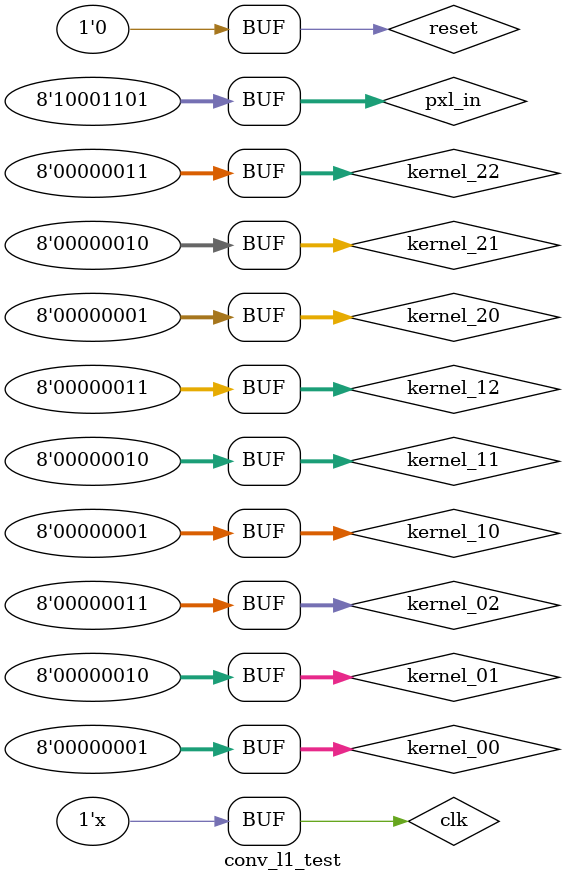
<source format=v>
`timescale 1ns / 1ps


module conv_l1_test;

	// Inputs
	reg clk;
	reg reset;
	reg [7:0] pxl_in;
	reg [7:0] kernel_00;
	reg [7:0] kernel_01;
	reg [7:0] kernel_02;
	reg [7:0] kernel_10;
	reg [7:0] kernel_11;
	reg [7:0] kernel_12;
	reg [7:0] kernel_20;
	reg [7:0] kernel_21;
	reg [7:0] kernel_22;

	// Outputs
	wire [15:0] reg00; wire [15:0] reg01; wire [15:0] reg02; wire [15:0] outs1;
	wire [15:0] reg10; wire [15:0] reg11; wire [15:0] reg12; wire [15:0] outs2;
	wire [15:0] reg20; wire [15:0] reg21; wire [15:0] reg22;
	wire [15:0] pxl_out;

	// Instantiate the Unit Under Test (UUT)
	conv_l1 uut (
		.clk(clk), 
		.reset(reset), 
		.pxl_in(pxl_in), 
		.kernel_00(kernel_00), 
		.kernel_01(kernel_01), 
		.kernel_02(kernel_02), 
		.kernel_10(kernel_10), 
		.kernel_11(kernel_11), 
		.kernel_12(kernel_12), 
		.kernel_20(kernel_20), 
		.kernel_21(kernel_21), 
		.kernel_22(kernel_22),
		.rline00(reg00),
		.rline01(reg01),
		.rline02(reg02),
		.rlines1(outs1),
		.rline10(reg10),
		.rline11(reg11),
		.rline12(reg12),
		.rlines2(outs2),
		.rline20(reg20),
		.rline21(reg21),
		.rline22(reg22),
		.pxl_out(pxl_out)
	);

initial begin
		// Initialize Inputs
		clk = 0;
		reset = 0;
		pxl_in = 0;
		kernel_00 = 1;
		kernel_01 = 2;
		kernel_02 = 3;
		kernel_10 = 1;
		kernel_11 = 2;
		kernel_12 = 3;
		kernel_20 = 1;
		kernel_21 = 2;
		kernel_22 = 3;

		// Wait 100 ns for global reset to finish
		#100;
      reset = 0; 

		#120 pxl_in = 66; #120 pxl_in = 70; #120 pxl_in = 75; #120 pxl_in = 73; #120 pxl_in = 72; #120 pxl_in = 70; #120 pxl_in = 75; #120 pxl_in = 78; #120 pxl_in = 72; #120 pxl_in = 73; #120 pxl_in = 69; #120 pxl_in = 64; #120 pxl_in = 65; #120 pxl_in = 69; #120 pxl_in = 71; #120 pxl_in = 70; #120 pxl_in = 71; #120 pxl_in = 72; #120 pxl_in = 71; #120 pxl_in = 70; #120 pxl_in = 69; #120 pxl_in = 68; #120 pxl_in = 68; #120 pxl_in = 69; #120 pxl_in = 68; #120 pxl_in = 73; #120 pxl_in = 75; #120 pxl_in = 76; #120 pxl_in = 75; #120 pxl_in = 76; #120 pxl_in = 82; #120 pxl_in = 76; #120 pxl_in = 83; #120 pxl_in = 78; #120 pxl_in = 77; #120 pxl_in = 80; #120 pxl_in = 81; #120 pxl_in = 79; #120 pxl_in = 77; #120 pxl_in = 76; #120 pxl_in = 76; #120 pxl_in = 77; #120 pxl_in = 76; #120 pxl_in = 73; #120 pxl_in = 72; #120 pxl_in = 73; #120 pxl_in = 74; #120 pxl_in = 73; #120 pxl_in = 75; #120 pxl_in = 72; #120 pxl_in = 70; #120 pxl_in = 71; #120 pxl_in = 72; #120 pxl_in = 72; #120 pxl_in = 72; #120 pxl_in = 73; #120 pxl_in = 76; #120 pxl_in = 70; #120 pxl_in = 72; #120 pxl_in = 76; #120 pxl_in = 73; #120 pxl_in = 71; #120 pxl_in = 72; #120 pxl_in = 69; #120 pxl_in = 79; #120 pxl_in = 75; #120 pxl_in = 73; #120 pxl_in = 73; #120 pxl_in = 72; #120 pxl_in = 73; #120 pxl_in = 71; #120 pxl_in = 69; #120 pxl_in = 68; #120 pxl_in = 72; #120 pxl_in = 74; #120 pxl_in = 73; #120 pxl_in = 73; #120 pxl_in = 73; #120 pxl_in = 73; #120 pxl_in = 76; #120 pxl_in = 74; #120 pxl_in = 72; #120 pxl_in = 71; #120 pxl_in = 74; #120 pxl_in = 75; #120 pxl_in = 73; #120 pxl_in = 73; #120 pxl_in = 75; #120 pxl_in = 77; #120 pxl_in = 75; #120 pxl_in = 73; #120 pxl_in = 77; #120 pxl_in = 83; #120 pxl_in = 82; #120 pxl_in = 83; #120 pxl_in = 88; #120 pxl_in = 82; #120 pxl_in = 80; #120 pxl_in = 80; #120 pxl_in = 82; #120 pxl_in = 82; #120 pxl_in = 81; #120 pxl_in = 84; #120 pxl_in = 88; #120 pxl_in = 87; #120 pxl_in = 84; #120 pxl_in = 82; #120 pxl_in = 83; #120 pxl_in = 84; #120 pxl_in = 84; #120 pxl_in = 85; #120 pxl_in = 86; #120 pxl_in = 90; #120 pxl_in = 89; #120 pxl_in = 88; #120 pxl_in = 88; #120 pxl_in = 90; #120 pxl_in = 91; #120 pxl_in = 90; #120 pxl_in = 88; #120 pxl_in = 88; #120 pxl_in = 90; #120 pxl_in = 92; #120 pxl_in = 93; #120 pxl_in = 91; #120 pxl_in = 91; #120 pxl_in = 92; #120 pxl_in = 93; #120 pxl_in = 97; #120 pxl_in = 95; #120 pxl_in = 94; #120 pxl_in = 95; #120 pxl_in = 95; #120 pxl_in = 94; #120 pxl_in = 94; #120 pxl_in = 96; #120 pxl_in = 96; #120 pxl_in = 100; #120 pxl_in = 103; #120 pxl_in = 103; #120 pxl_in = 103; #120 pxl_in = 103; #120 pxl_in = 104; #120 pxl_in = 104; #120 pxl_in = 108; #120 pxl_in = 107; #120 pxl_in = 107; #120 pxl_in = 106; #120 pxl_in = 107; #120 pxl_in = 108; #120 pxl_in = 111; #120 pxl_in = 115; #120 pxl_in = 115; #120 pxl_in = 112; #120 pxl_in = 110; #120 pxl_in = 115; #120 pxl_in = 118; #120 pxl_in = 117; #120 pxl_in = 114; #120 pxl_in = 111; #120 pxl_in = 113; #120 pxl_in = 121; #120 pxl_in = 126; #120 pxl_in = 123; #120 pxl_in = 117; #120 pxl_in = 118; #120 pxl_in = 122; #120 pxl_in = 122; #120 pxl_in = 119; #120 pxl_in = 121; #120 pxl_in = 122; #120 pxl_in = 123; #120 pxl_in = 125; #120 pxl_in = 123; #120 pxl_in = 121; #120 pxl_in = 119; #120 pxl_in = 127; #120 pxl_in = 129; #120 pxl_in = 131; #120 pxl_in = 129; #120 pxl_in = 127; #120 pxl_in = 126; #120 pxl_in = 128; #120 pxl_in = 128; #120 pxl_in = 133; #120 pxl_in = 130; #120 pxl_in = 128; #120 pxl_in = 126; #120 pxl_in = 124; #120 pxl_in = 129; #120 pxl_in = 135; #120 pxl_in = 136; #120 pxl_in = 135; #120 pxl_in = 137; #120 pxl_in = 135; #120 pxl_in = 131; #120 pxl_in = 129; #120 pxl_in = 129; #120 pxl_in = 127; #120 pxl_in = 123; 
		#120 pxl_in = 69; #120 pxl_in = 73; #120 pxl_in = 76; #120 pxl_in = 73; #120 pxl_in = 75; #120 pxl_in = 75; #120 pxl_in = 80; #120 pxl_in = 81; #120 pxl_in = 73; #120 pxl_in = 73; #120 pxl_in = 68; #120 pxl_in = 65; #120 pxl_in = 68; #120 pxl_in = 71; #120 pxl_in = 76; #120 pxl_in = 77; #120 pxl_in = 78; #120 pxl_in = 78; #120 pxl_in = 75; #120 pxl_in = 72; #120 pxl_in = 73; #120 pxl_in = 70; #120 pxl_in = 69; #120 pxl_in = 70; #120 pxl_in = 67; #120 pxl_in = 72; #120 pxl_in = 74; #120 pxl_in = 77; #120 pxl_in = 75; #120 pxl_in = 77; #120 pxl_in = 81; #120 pxl_in = 76; #120 pxl_in = 78; #120 pxl_in = 81; #120 pxl_in = 85; #120 pxl_in = 85; #120 pxl_in = 80; #120 pxl_in = 80; #120 pxl_in = 79; #120 pxl_in = 76; #120 pxl_in = 76; #120 pxl_in = 78; #120 pxl_in = 78; #120 pxl_in = 77; #120 pxl_in = 75; #120 pxl_in = 76; #120 pxl_in = 76; #120 pxl_in = 77; #120 pxl_in = 78; #120 pxl_in = 76; #120 pxl_in = 74; #120 pxl_in = 74; #120 pxl_in = 75; #120 pxl_in = 73; #120 pxl_in = 73; #120 pxl_in = 74; #120 pxl_in = 72; #120 pxl_in = 73; #120 pxl_in = 78; #120 pxl_in = 77; #120 pxl_in = 72; #120 pxl_in = 73; #120 pxl_in = 75; #120 pxl_in = 70; #120 pxl_in = 81; #120 pxl_in = 81; #120 pxl_in = 79; #120 pxl_in = 77; #120 pxl_in = 75; #120 pxl_in = 76; #120 pxl_in = 75; #120 pxl_in = 71; #120 pxl_in = 73; #120 pxl_in = 75; #120 pxl_in = 77; #120 pxl_in = 77; #120 pxl_in = 76; #120 pxl_in = 75; #120 pxl_in = 75; #120 pxl_in = 75; #120 pxl_in = 75; #120 pxl_in = 77; #120 pxl_in = 78; #120 pxl_in = 78; #120 pxl_in = 79; #120 pxl_in = 80; #120 pxl_in = 79; #120 pxl_in = 76; #120 pxl_in = 78; #120 pxl_in = 78; #120 pxl_in = 77; #120 pxl_in = 81; #120 pxl_in = 85; #120 pxl_in = 84; #120 pxl_in = 84; #120 pxl_in = 87; #120 pxl_in = 86; #120 pxl_in = 85; #120 pxl_in = 86; #120 pxl_in = 87; #120 pxl_in = 87; #120 pxl_in = 85; #120 pxl_in = 86; #120 pxl_in = 88; #120 pxl_in = 86; #120 pxl_in = 86; #120 pxl_in = 87; #120 pxl_in = 88; #120 pxl_in = 86; #120 pxl_in = 87; #120 pxl_in = 89; #120 pxl_in = 91; #120 pxl_in = 94; #120 pxl_in = 94; #120 pxl_in = 94; #120 pxl_in = 96; #120 pxl_in = 97; #120 pxl_in = 98; #120 pxl_in = 97; #120 pxl_in = 97; #120 pxl_in = 100; #120 pxl_in = 99; #120 pxl_in = 96; #120 pxl_in = 94; #120 pxl_in = 94; #120 pxl_in = 94; #120 pxl_in = 96; #120 pxl_in = 97; #120 pxl_in = 104; #120 pxl_in = 103; #120 pxl_in = 102; #120 pxl_in = 102; #120 pxl_in = 102; #120 pxl_in = 101; #120 pxl_in = 103; #120 pxl_in = 105; #120 pxl_in = 106; #120 pxl_in = 106; #120 pxl_in = 108; #120 pxl_in = 110; #120 pxl_in = 112; #120 pxl_in = 113; #120 pxl_in = 113; #120 pxl_in = 111; #120 pxl_in = 113; #120 pxl_in = 113; #120 pxl_in = 114; #120 pxl_in = 115; #120 pxl_in = 115; #120 pxl_in = 116; #120 pxl_in = 119; #120 pxl_in = 122; #120 pxl_in = 118; #120 pxl_in = 119; #120 pxl_in = 121; #120 pxl_in = 121; #120 pxl_in = 123; #120 pxl_in = 123; #120 pxl_in = 123; #120 pxl_in = 122; #120 pxl_in = 123; #120 pxl_in = 125; #120 pxl_in = 128; #120 pxl_in = 126; #120 pxl_in = 126; #120 pxl_in = 127; #120 pxl_in = 127; #120 pxl_in = 126; #120 pxl_in = 128; #120 pxl_in = 130; #120 pxl_in = 132; #120 pxl_in = 131; #120 pxl_in = 131; #120 pxl_in = 130; #120 pxl_in = 128; #120 pxl_in = 126; #120 pxl_in = 132; #120 pxl_in = 135; #120 pxl_in = 135; #120 pxl_in = 134; #120 pxl_in = 131; #120 pxl_in = 131; #120 pxl_in = 131; #120 pxl_in = 131; #120 pxl_in = 129; #120 pxl_in = 130; #120 pxl_in = 134; #120 pxl_in = 135; #120 pxl_in = 133; #120 pxl_in = 134; #120 pxl_in = 135; #120 pxl_in = 133; #120 pxl_in = 140; #120 pxl_in = 141; #120 pxl_in = 138; #120 pxl_in = 134; #120 pxl_in = 131; #120 pxl_in = 132; #120 pxl_in = 131; #120 pxl_in = 126; 
		#120 pxl_in = 74; #120 pxl_in = 76; #120 pxl_in = 78; #120 pxl_in = 75; #120 pxl_in = 78; #120 pxl_in = 81; #120 pxl_in = 84; #120 pxl_in = 82; #120 pxl_in = 80; #120 pxl_in = 78; #120 pxl_in = 73; #120 pxl_in = 71; #120 pxl_in = 75; #120 pxl_in = 78; #120 pxl_in = 81; #120 pxl_in = 83; #120 pxl_in = 84; #120 pxl_in = 82; #120 pxl_in = 77; #120 pxl_in = 76; #120 pxl_in = 78; #120 pxl_in = 77; #120 pxl_in = 75; #120 pxl_in = 75; #120 pxl_in = 76; #120 pxl_in = 80; #120 pxl_in = 81; #120 pxl_in = 82; #120 pxl_in = 79; #120 pxl_in = 80; #120 pxl_in = 84; #120 pxl_in = 81; #120 pxl_in = 82; #120 pxl_in = 84; #120 pxl_in = 87; #120 pxl_in = 85; #120 pxl_in = 81; #120 pxl_in = 81; #120 pxl_in = 82; #120 pxl_in = 79; #120 pxl_in = 81; #120 pxl_in = 82; #120 pxl_in = 83; #120 pxl_in = 83; #120 pxl_in = 81; #120 pxl_in = 80; #120 pxl_in = 80; #120 pxl_in = 81; #120 pxl_in = 80; #120 pxl_in = 78; #120 pxl_in = 77; #120 pxl_in = 77; #120 pxl_in = 77; #120 pxl_in = 77; #120 pxl_in = 77; #120 pxl_in = 78; #120 pxl_in = 76; #120 pxl_in = 75; #120 pxl_in = 80; #120 pxl_in = 82; #120 pxl_in = 79; #120 pxl_in = 78; #120 pxl_in = 80; #120 pxl_in = 79; #120 pxl_in = 79; #120 pxl_in = 81; #120 pxl_in = 81; #120 pxl_in = 77; #120 pxl_in = 76; #120 pxl_in = 77; #120 pxl_in = 76; #120 pxl_in = 75; #120 pxl_in = 78; #120 pxl_in = 79; #120 pxl_in = 80; #120 pxl_in = 80; #120 pxl_in = 81; #120 pxl_in = 80; #120 pxl_in = 80; #120 pxl_in = 80; #120 pxl_in = 85; #120 pxl_in = 82; #120 pxl_in = 80; #120 pxl_in = 79; #120 pxl_in = 80; #120 pxl_in = 83; #120 pxl_in = 83; #120 pxl_in = 81; #120 pxl_in = 83; #120 pxl_in = 86; #120 pxl_in = 86; #120 pxl_in = 89; #120 pxl_in = 92; #120 pxl_in = 91; #120 pxl_in = 92; #120 pxl_in = 93; #120 pxl_in = 92; #120 pxl_in = 92; #120 pxl_in = 93; #120 pxl_in = 93; #120 pxl_in = 94; #120 pxl_in = 94; #120 pxl_in = 95; #120 pxl_in = 96; #120 pxl_in = 92; #120 pxl_in = 92; #120 pxl_in = 94; #120 pxl_in = 95; #120 pxl_in = 95; #120 pxl_in = 94; #120 pxl_in = 96; #120 pxl_in = 97; #120 pxl_in = 98; #120 pxl_in = 99; #120 pxl_in = 101; #120 pxl_in = 103; #120 pxl_in = 102; #120 pxl_in = 101; #120 pxl_in = 100; #120 pxl_in = 101; #120 pxl_in = 104; #120 pxl_in = 104; #120 pxl_in = 103; #120 pxl_in = 104; #120 pxl_in = 105; #120 pxl_in = 105; #120 pxl_in = 106; #120 pxl_in = 106; #120 pxl_in = 111; #120 pxl_in = 111; #120 pxl_in = 110; #120 pxl_in = 108; #120 pxl_in = 107; #120 pxl_in = 108; #120 pxl_in = 110; #120 pxl_in = 111; #120 pxl_in = 110; #120 pxl_in = 114; #120 pxl_in = 116; #120 pxl_in = 117; #120 pxl_in = 118; #120 pxl_in = 119; #120 pxl_in = 120; #120 pxl_in = 119; #120 pxl_in = 118; #120 pxl_in = 119; #120 pxl_in = 120; #120 pxl_in = 121; #120 pxl_in = 122; #120 pxl_in = 122; #120 pxl_in = 124; #120 pxl_in = 126; #120 pxl_in = 123; #120 pxl_in = 127; #120 pxl_in = 130; #120 pxl_in = 128; #120 pxl_in = 127; #120 pxl_in = 126; #120 pxl_in = 127; #120 pxl_in = 126; #120 pxl_in = 130; #120 pxl_in = 131; #120 pxl_in = 132; #120 pxl_in = 133; #120 pxl_in = 134; #120 pxl_in = 134; #120 pxl_in = 134; #120 pxl_in = 133; #120 pxl_in = 133; #120 pxl_in = 135; #120 pxl_in = 136; #120 pxl_in = 136; #120 pxl_in = 135; #120 pxl_in = 134; #120 pxl_in = 134; #120 pxl_in = 134; #120 pxl_in = 133; #120 pxl_in = 133; #120 pxl_in = 134; #120 pxl_in = 135; #120 pxl_in = 134; #120 pxl_in = 134; #120 pxl_in = 132; #120 pxl_in = 131; #120 pxl_in = 131; #120 pxl_in = 132; #120 pxl_in = 136; #120 pxl_in = 136; #120 pxl_in = 134; #120 pxl_in = 134; #120 pxl_in = 135; #120 pxl_in = 134; #120 pxl_in = 134; #120 pxl_in = 136; #120 pxl_in = 135; #120 pxl_in = 131; #120 pxl_in = 130; #120 pxl_in = 132; #120 pxl_in = 129; #120 pxl_in = 125; 
		#120 pxl_in = 78; #120 pxl_in = 79; #120 pxl_in = 78; #120 pxl_in = 74; #120 pxl_in = 79; #120 pxl_in = 82; #120 pxl_in = 86; #120 pxl_in = 81; #120 pxl_in = 86; #120 pxl_in = 81; #120 pxl_in = 78; #120 pxl_in = 78; #120 pxl_in = 84; #120 pxl_in = 87; #120 pxl_in = 86; #120 pxl_in = 87; #120 pxl_in = 84; #120 pxl_in = 84; #120 pxl_in = 82; #120 pxl_in = 83; #120 pxl_in = 85; #120 pxl_in = 85; #120 pxl_in = 83; #120 pxl_in = 83; #120 pxl_in = 82; #120 pxl_in = 84; #120 pxl_in = 84; #120 pxl_in = 83; #120 pxl_in = 82; #120 pxl_in = 83; #120 pxl_in = 85; #120 pxl_in = 84; #120 pxl_in = 89; #120 pxl_in = 85; #120 pxl_in = 84; #120 pxl_in = 85; #120 pxl_in = 84; #120 pxl_in = 84; #120 pxl_in = 84; #120 pxl_in = 84; #120 pxl_in = 83; #120 pxl_in = 83; #120 pxl_in = 84; #120 pxl_in = 86; #120 pxl_in = 87; #120 pxl_in = 86; #120 pxl_in = 87; #120 pxl_in = 88; #120 pxl_in = 84; #120 pxl_in = 82; #120 pxl_in = 80; #120 pxl_in = 80; #120 pxl_in = 80; #120 pxl_in = 80; #120 pxl_in = 81; #120 pxl_in = 82; #120 pxl_in = 81; #120 pxl_in = 77; #120 pxl_in = 80; #120 pxl_in = 85; #120 pxl_in = 85; #120 pxl_in = 84; #120 pxl_in = 84; #120 pxl_in = 85; #120 pxl_in = 82; #120 pxl_in = 83; #120 pxl_in = 84; #120 pxl_in = 83; #120 pxl_in = 83; #120 pxl_in = 82; #120 pxl_in = 82; #120 pxl_in = 82; #120 pxl_in = 84; #120 pxl_in = 84; #120 pxl_in = 84; #120 pxl_in = 85; #120 pxl_in = 86; #120 pxl_in = 86; #120 pxl_in = 87; #120 pxl_in = 87; #120 pxl_in = 94; #120 pxl_in = 89; #120 pxl_in = 84; #120 pxl_in = 86; #120 pxl_in = 88; #120 pxl_in = 87; #120 pxl_in = 88; #120 pxl_in = 90; #120 pxl_in = 87; #120 pxl_in = 91; #120 pxl_in = 92; #120 pxl_in = 94; #120 pxl_in = 94; #120 pxl_in = 96; #120 pxl_in = 95; #120 pxl_in = 97; #120 pxl_in = 98; #120 pxl_in = 98; #120 pxl_in = 97; #120 pxl_in = 96; #120 pxl_in = 96; #120 pxl_in = 98; #120 pxl_in = 101; #120 pxl_in = 102; #120 pxl_in = 100; #120 pxl_in = 99; #120 pxl_in = 100; #120 pxl_in = 100; #120 pxl_in = 101; #120 pxl_in = 102; #120 pxl_in = 101; #120 pxl_in = 100; #120 pxl_in = 104; #120 pxl_in = 107; #120 pxl_in = 110; #120 pxl_in = 110; #120 pxl_in = 111; #120 pxl_in = 110; #120 pxl_in = 109; #120 pxl_in = 108; #120 pxl_in = 108; #120 pxl_in = 108; #120 pxl_in = 109; #120 pxl_in = 110; #120 pxl_in = 110; #120 pxl_in = 111; #120 pxl_in = 111; #120 pxl_in = 108; #120 pxl_in = 112; #120 pxl_in = 113; #120 pxl_in = 112; #120 pxl_in = 110; #120 pxl_in = 110; #120 pxl_in = 113; #120 pxl_in = 114; #120 pxl_in = 114; #120 pxl_in = 114; #120 pxl_in = 117; #120 pxl_in = 119; #120 pxl_in = 120; #120 pxl_in = 120; #120 pxl_in = 121; #120 pxl_in = 122; #120 pxl_in = 124; #120 pxl_in = 121; #120 pxl_in = 122; #120 pxl_in = 123; #120 pxl_in = 125; #120 pxl_in = 125; #120 pxl_in = 126; #120 pxl_in = 129; #120 pxl_in = 131; #120 pxl_in = 130; #120 pxl_in = 132; #120 pxl_in = 135; #120 pxl_in = 136; #120 pxl_in = 133; #120 pxl_in = 133; #120 pxl_in = 133; #120 pxl_in = 131; #120 pxl_in = 139; #120 pxl_in = 140; #120 pxl_in = 143; #120 pxl_in = 142; #120 pxl_in = 141; #120 pxl_in = 141; #120 pxl_in = 142; #120 pxl_in = 145; #120 pxl_in = 142; #120 pxl_in = 143; #120 pxl_in = 143; #120 pxl_in = 141; #120 pxl_in = 138; #120 pxl_in = 139; #120 pxl_in = 141; #120 pxl_in = 143; #120 pxl_in = 148; #120 pxl_in = 149; #120 pxl_in = 150; #120 pxl_in = 150; #120 pxl_in = 151; #120 pxl_in = 151; #120 pxl_in = 150; #120 pxl_in = 148; #120 pxl_in = 150; #120 pxl_in = 150; #120 pxl_in = 152; #120 pxl_in = 151; #120 pxl_in = 149; #120 pxl_in = 148; #120 pxl_in = 150; #120 pxl_in = 152; #120 pxl_in = 149; #120 pxl_in = 150; #120 pxl_in = 150; #120 pxl_in = 149; #120 pxl_in = 149; #120 pxl_in = 147; #120 pxl_in = 144; #120 pxl_in = 141; 
		
		#100;
	
	end 
	always #10 clk = ~ clk;
      
endmodule
</source>
